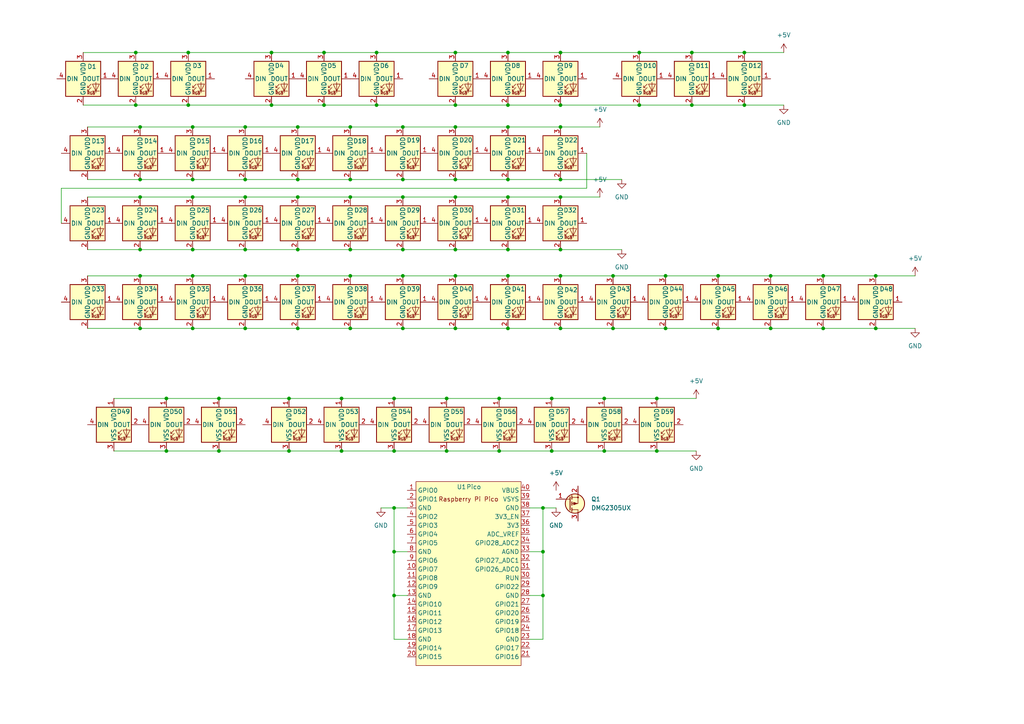
<source format=kicad_sch>
(kicad_sch (version 20231120) (generator "eeschema") (generator_version "8.0")
  (paper "A4")
  (lib_symbols
    (symbol "LED:NeoPixel_THT" (pin_names (offset 0.254))
      (property "Reference" "D" (at 5.08 5.715 0))
      (property "Value" "NeoPixel_THT" (at 1.27 -5.715 0))
      (symbol "NeoPixel_THT_0_0"
        (text "RGB" (at 2.286 -4.191 0) (effects (font (size 0.762 0.762))))
      )
      (symbol "NeoPixel_THT_0_1"
        (polyline (pts (xy 1.27 -3.556) (xy 1.778 -3.556)))
        (polyline (pts (xy 1.27 -2.54) (xy 1.778 -2.54)))
        (polyline (pts (xy 4.699 -3.556) (xy 2.667 -3.556)))
        (polyline (pts (xy 2.286 -2.54) (xy 1.27 -3.556) (xy 1.27 -3.048)))
        (polyline (pts (xy 2.286 -1.524) (xy 1.27 -2.54) (xy 1.27 -2.032)))
        (polyline (pts (xy 3.683 -1.016) (xy 3.683 -3.556) (xy 3.683 -4.064)))
        (polyline (pts (xy 4.699 -1.524) (xy 2.667 -1.524) (xy 3.683 -3.556) (xy 4.699 -1.524)))
        (rectangle (start 5.08 5.08) (end -5.08 -5.08) (stroke (width 0.254)) (fill (type background)))
      )
      (symbol "NeoPixel_THT_1_1"
        (pin output line (at 7.62 0 180) (length 2.54) (name "DOUT") (number "1"))
        (pin power_in line (at 0 -7.62 90) (length 2.54) (name "GND") (number "2"))
        (pin power_in line (at 0 7.62 270) (length 2.54) (name "VDD") (number "3"))
        (pin input line (at -7.62 0 0) (length 2.54) (name "DIN") (number "4"))
      )
    )
    (symbol "LED:WS2812B" (pin_names (offset 0.254))
      (property "Reference" "D" (at 5.08 5.715 0))
      (property "Value" "WS2812B" (at 1.27 -5.715 0))
      (symbol "WS2812B_0_0"
        (text "RGB" (at 2.286 -4.191 0) (effects (font (size 0.762 0.762))))
      )
      (symbol "WS2812B_0_1"
        (polyline (pts (xy 1.27 -3.556) (xy 1.778 -3.556)))
        (polyline (pts (xy 1.27 -2.54) (xy 1.778 -2.54)))
        (polyline (pts (xy 4.699 -3.556) (xy 2.667 -3.556)))
        (polyline (pts (xy 2.286 -2.54) (xy 1.27 -3.556) (xy 1.27 -3.048)))
        (polyline (pts (xy 2.286 -1.524) (xy 1.27 -2.54) (xy 1.27 -2.032)))
        (polyline (pts (xy 3.683 -1.016) (xy 3.683 -3.556) (xy 3.683 -4.064)))
        (polyline (pts (xy 4.699 -1.524) (xy 2.667 -1.524) (xy 3.683 -3.556) (xy 4.699 -1.524)))
        (rectangle (start 5.08 5.08) (end -5.08 -5.08) (stroke (width 0.254)) (fill (type background)))
      )
      (symbol "WS2812B_1_1"
        (pin power_in line (at 0 7.62 270) (length 2.54) (name "VDD") (number "1"))
        (pin output line (at 7.62 0 180) (length 2.54) (name "DOUT") (number "2"))
        (pin power_in line (at 0 -7.62 90) (length 2.54) (name "VSS") (number "3"))
        (pin input line (at -7.62 0 0) (length 2.54) (name "DIN") (number "4"))
      )
    )
    (symbol "MCU_RaspberryPi_and_Boards:Pico"
      (property "Reference" "U1" (at 0 31.75 0))
      (property "Value" "Pico" (at 0 29.21 0))
      (property "Footprint" "MCU_RaspberryPi_and_Boards:RPi_Pico_SMD_TH" (at 0 0 90))
      (symbol "Pico_0_0"
        (text "Raspberry Pi Pico" (at 0 21.59 0) (effects (font (size 1.27 1.27))))
      )
      (symbol "Pico_0_1"
        (rectangle (start -15.24 26.67) (end 15.24 -26.67) (fill (type background)))
      )
      (symbol "Pico_1_1"
        (pin bidirectional line (at -17.78 24.13 0) (length 2.54) (name "GPIO0") (number "1"))
        (pin bidirectional line (at -17.78 1.27 0) (length 2.54) (name "GPIO7") (number "10"))
        (pin bidirectional line (at -17.78 -1.27 0) (length 2.54) (name "GPIO8") (number "11"))
        (pin bidirectional line (at -17.78 -3.81 0) (length 2.54) (name "GPIO9") (number "12"))
        (pin power_in line (at -17.78 -6.35 0) (length 2.54) (name "GND") (number "13"))
        (pin bidirectional line (at -17.78 -8.89 0) (length 2.54) (name "GPIO10") (number "14"))
        (pin bidirectional line (at -17.78 -11.43 0) (length 2.54) (name "GPIO11") (number "15"))
        (pin bidirectional line (at -17.78 -13.97 0) (length 2.54) (name "GPIO12") (number "16"))
        (pin bidirectional line (at -17.78 -16.51 0) (length 2.54) (name "GPIO13") (number "17"))
        (pin power_in line (at -17.78 -19.05 0) (length 2.54) (name "GND") (number "18"))
        (pin bidirectional line (at -17.78 -21.59 0) (length 2.54) (name "GPIO14") (number "19"))
        (pin bidirectional line (at -17.78 21.59 0) (length 2.54) (name "GPIO1") (number "2"))
        (pin bidirectional line (at -17.78 -24.13 0) (length 2.54) (name "GPIO15") (number "20"))
        (pin bidirectional line (at 17.78 -24.13 180) (length 2.54) (name "GPIO16") (number "21"))
        (pin bidirectional line (at 17.78 -21.59 180) (length 2.54) (name "GPIO17") (number "22"))
        (pin power_in line (at 17.78 -19.05 180) (length 2.54) (name "GND") (number "23"))
        (pin bidirectional line (at 17.78 -16.51 180) (length 2.54) (name "GPIO18") (number "24"))
        (pin bidirectional line (at 17.78 -13.97 180) (length 2.54) (name "GPIO19") (number "25"))
        (pin bidirectional line (at 17.78 -11.43 180) (length 2.54) (name "GPIO20") (number "26"))
        (pin bidirectional line (at 17.78 -8.89 180) (length 2.54) (name "GPIO21") (number "27"))
        (pin power_in line (at 17.78 -6.35 180) (length 2.54) (name "GND") (number "28"))
        (pin bidirectional line (at 17.78 -3.81 180) (length 2.54) (name "GPIO22") (number "29"))
        (pin power_in line (at -17.78 19.05 0) (length 2.54) (name "GND") (number "3"))
        (pin input line (at 17.78 -1.27 180) (length 2.54) (name "RUN") (number "30"))
        (pin bidirectional line (at 17.78 1.27 180) (length 2.54) (name "GPIO26_ADC0") (number "31"))
        (pin bidirectional line (at 17.78 3.81 180) (length 2.54) (name "GPIO27_ADC1") (number "32"))
        (pin power_in line (at 17.78 6.35 180) (length 2.54) (name "AGND") (number "33"))
        (pin bidirectional line (at 17.78 8.89 180) (length 2.54) (name "GPIO28_ADC2") (number "34"))
        (pin power_in line (at 17.78 11.43 180) (length 2.54) (name "ADC_VREF") (number "35"))
        (pin power_in line (at 17.78 13.97 180) (length 2.54) (name "3V3") (number "36"))
        (pin input line (at 17.78 16.51 180) (length 2.54) (name "3V3_EN") (number "37"))
        (pin bidirectional line (at 17.78 19.05 180) (length 2.54) (name "GND") (number "38"))
        (pin power_in line (at 17.78 21.59 180) (length 2.54) (name "VSYS") (number "39"))
        (pin bidirectional line (at -17.78 16.51 0) (length 2.54) (name "GPIO2") (number "4"))
        (pin power_in line (at 17.78 24.13 180) (length 2.54) (name "VBUS") (number "40"))
        (pin bidirectional line (at -17.78 13.97 0) (length 2.54) (name "GPIO3") (number "5"))
        (pin bidirectional line (at -17.78 11.43 0) (length 2.54) (name "GPIO4") (number "6"))
        (pin bidirectional line (at -17.78 8.89 0) (length 2.54) (name "GPIO5") (number "7"))
        (pin power_in line (at -17.78 6.35 0) (length 2.54) (name "GND") (number "8"))
        (pin bidirectional line (at -17.78 3.81 0) (length 2.54) (name "GPIO6") (number "9"))
      )
    )
    (symbol "PCM_Transistor_MOSFET_AKL:DMG2305UX" (pin_names hide)
      (property "Reference" "Q" (at 5.08 1.27 0))
      (property "Value" "DMG2305UX" (at 5.08 -1.27 0))
      (symbol "DMG2305UX_0_1"
        (polyline (pts (xy 0.254 -1.905) (xy 0.254 1.905)) (stroke (width 0.254)))
        (polyline (pts (xy 0.254 1.27) (xy -2.54 1.27)))
        (polyline (pts (xy 0.762 -2.286) (xy 0.762 -1.27)) (stroke (width 0.254)))
        (polyline (pts (xy 0.762 -1.778) (xy 2.54 -1.778)))
        (polyline (pts (xy 0.762 -0.508) (xy 0.762 0.508)) (stroke (width 0.254)))
        (polyline (pts (xy 0.762 1.27) (xy 0.762 2.286)) (stroke (width 0.254)))
        (polyline (pts (xy 0.762 1.778) (xy 2.54 1.778)))
        (polyline (pts (xy 2.54 -2.54) (xy 2.54 -1.778)))
        (polyline (pts (xy 2.54 2.54) (xy 2.54 0) (xy 0.762 0)))
        (polyline (pts (xy 2.286 0) (xy 1.27 -0.381) (xy 1.27 0.381) (xy 2.286 0)) (fill (type outline)))
      )
      (symbol "DMG2305UX_1_1"
        (circle (center 1.651 0) (radius 2.794) (stroke (width 0.254)) (fill (type background)))
        (circle (center 2.54 1.778) (radius 0.1778) (fill (type outline)))
        (pin input line (at -3.81 1.27 0) (length 2.54) (name "G") (number "1"))
        (pin passive line (at 2.54 5.08 270) (length 2.54) (name "S") (number "2"))
        (pin passive line (at 2.54 -5.08 90) (length 2.54) (name "D") (number "3"))
      )
    )
    (symbol "power:+5V" (power) (pin_names (offset 0))
      (property "Value" "+5V" (at 0 3.556 0))
      (symbol "+5V_0_1"
        (polyline (pts (xy -0.762 1.27) (xy 0 2.54)))
        (polyline (pts (xy 0 0) (xy 0 2.54)))
        (polyline (pts (xy 0 2.54) (xy 0.762 1.27)))
      )
      (symbol "+5V_1_1"
        (pin power_in line (at 0 0 90) (length 0) hide (name "+5V") (number "1"))
      )
    )
    (symbol "power:GND" (power) (pin_names (offset 0))
      (property "Value" "GND" (at 0 -3.81 0))
      (symbol "GND_0_1"
        (polyline (pts (xy 0 0) (xy 0 -1.27) (xy 1.27 -1.27) (xy 0 -2.54) (xy -1.27 -1.27) (xy 0 -1.27)))
      )
      (symbol "GND_1_1"
        (pin power_in line (at 0 0 270) (length 0) hide (name "GND") (number "1"))
      )
    )
  )
  (junction (at 116.84 95.25))
  (junction (at 40.64 57.15))
  (junction (at 55.88 80.01))
  (junction (at 39.37 30.48))
  (junction (at 132.08 80.01))
  (junction (at 54.61 15.24))
  (junction (at 175.26 130.81))
  (junction (at 101.6 72.39))
  (junction (at 116.84 80.01))
  (junction (at 208.28 95.25))
  (junction (at 83.82 115.57))
  (junction (at 114.3 147.32))
  (junction (at 48.26 130.81))
  (junction (at 132.08 95.25))
  (junction (at 200.66 30.48))
  (junction (at 162.56 36.83))
  (junction (at 162.56 95.25))
  (junction (at 162.56 15.24))
  (junction (at 157.48 160.02))
  (junction (at 162.56 30.48))
  (junction (at 86.36 57.15))
  (junction (at 215.9 30.48))
  (junction (at 175.26 115.57))
  (junction (at 93.98 15.24))
  (junction (at 71.12 80.01))
  (junction (at 109.22 30.48))
  (junction (at 55.88 95.25))
  (junction (at 86.36 52.07))
  (junction (at 215.9 15.24))
  (junction (at 71.12 57.15))
  (junction (at 114.3 160.02))
  (junction (at 132.08 52.07))
  (junction (at 223.52 95.25))
  (junction (at 185.42 30.48))
  (junction (at 132.08 30.48))
  (junction (at 116.84 72.39))
  (junction (at 157.48 147.32))
  (junction (at 147.32 36.83))
  (junction (at 160.02 115.57))
  (junction (at 162.56 80.01))
  (junction (at 238.76 80.01))
  (junction (at 185.42 15.24))
  (junction (at 86.36 72.39))
  (junction (at 157.48 172.72))
  (junction (at 109.22 15.24))
  (junction (at 160.02 130.81))
  (junction (at 132.08 57.15))
  (junction (at 55.88 72.39))
  (junction (at 40.64 80.01))
  (junction (at 48.26 115.57))
  (junction (at 147.32 72.39))
  (junction (at 83.82 130.81))
  (junction (at 162.56 57.15))
  (junction (at 40.64 52.07))
  (junction (at 101.6 57.15))
  (junction (at 39.37 15.24))
  (junction (at 254 80.01))
  (junction (at 78.74 15.24))
  (junction (at 190.5 130.81))
  (junction (at 101.6 36.83))
  (junction (at 147.32 57.15))
  (junction (at 238.76 95.25))
  (junction (at 40.64 95.25))
  (junction (at 63.5 130.81))
  (junction (at 40.64 36.83))
  (junction (at 129.54 115.57))
  (junction (at 200.66 15.24))
  (junction (at 116.84 52.07))
  (junction (at 116.84 57.15))
  (junction (at 114.3 115.57))
  (junction (at 144.78 115.57))
  (junction (at 114.3 172.72))
  (junction (at 147.32 95.25))
  (junction (at 147.32 52.07))
  (junction (at 193.04 95.25))
  (junction (at 55.88 52.07))
  (junction (at 144.78 130.81))
  (junction (at 129.54 130.81))
  (junction (at 71.12 95.25))
  (junction (at 116.84 36.83))
  (junction (at 132.08 36.83))
  (junction (at 86.36 95.25))
  (junction (at 71.12 36.83))
  (junction (at 162.56 52.07))
  (junction (at 101.6 80.01))
  (junction (at 71.12 72.39))
  (junction (at 54.61 30.48))
  (junction (at 71.12 52.07))
  (junction (at 114.3 130.81))
  (junction (at 99.06 130.81))
  (junction (at 63.5 115.57))
  (junction (at 193.04 80.01))
  (junction (at 132.08 15.24))
  (junction (at 86.36 80.01))
  (junction (at 86.36 36.83))
  (junction (at 93.98 30.48))
  (junction (at 177.8 80.01))
  (junction (at 223.52 80.01))
  (junction (at 101.6 52.07))
  (junction (at 78.74 30.48))
  (junction (at 132.08 72.39))
  (junction (at 147.32 30.48))
  (junction (at 55.88 57.15))
  (junction (at 99.06 115.57))
  (junction (at 208.28 80.01))
  (junction (at 40.64 72.39))
  (junction (at 147.32 80.01))
  (junction (at 101.6 95.25))
  (junction (at 254 95.25))
  (junction (at 177.8 95.25))
  (junction (at 190.5 115.57))
  (junction (at 55.88 36.83))
  (junction (at 162.56 72.39))
  (junction (at 147.32 15.24))
  (wire (pts (xy 71.12 52.07) (xy 86.36 52.07)))
  (wire (pts (xy 83.82 130.81) (xy 99.06 130.81)))
  (wire (pts (xy 160.02 115.57) (xy 175.26 115.57)))
  (wire (pts (xy 162.56 15.24) (xy 185.42 15.24)))
  (wire (pts (xy 40.64 80.01) (xy 55.88 80.01)))
  (wire (pts (xy 175.26 130.81) (xy 190.5 130.81)))
  (wire (pts (xy 78.74 15.24) (xy 93.98 15.24)))
  (wire (pts (xy 200.66 15.24) (xy 215.9 15.24)))
  (wire (pts (xy 25.4 52.07) (xy 40.64 52.07)))
  (wire (pts (xy 114.3 172.72) (xy 118.11 172.72)))
  (wire (pts (xy 157.48 147.32) (xy 161.29 147.32)))
  (wire (pts (xy 39.37 30.48) (xy 54.61 30.48)))
  (wire (pts (xy 238.76 95.25) (xy 254 95.25)))
  (wire (pts (xy 55.88 80.01) (xy 71.12 80.01)))
  (wire (pts (xy 208.28 80.01) (xy 223.52 80.01)))
  (wire (pts (xy 54.61 30.48) (xy 78.74 30.48)))
  (wire (pts (xy 208.28 95.25) (xy 223.52 95.25)))
  (wire (pts (xy 63.5 130.81) (xy 83.82 130.81)))
  (wire (pts (xy 193.04 95.25) (xy 208.28 95.25)))
  (wire (pts (xy 132.08 95.25) (xy 147.32 95.25)))
  (wire (pts (xy 114.3 115.57) (xy 129.54 115.57)))
  (wire (pts (xy 144.78 115.57) (xy 160.02 115.57)))
  (wire (pts (xy 175.26 115.57) (xy 190.5 115.57)))
  (wire (pts (xy 162.56 57.15) (xy 173.99 57.15)))
  (wire (pts (xy 114.3 160.02) (xy 114.3 172.72)))
  (wire (pts (xy 33.02 130.81) (xy 48.26 130.81)))
  (wire (pts (xy 254 95.25) (xy 265.43 95.25)))
  (wire (pts (xy 162.56 30.48) (xy 185.42 30.48)))
  (wire (pts (xy 116.84 52.07) (xy 132.08 52.07)))
  (wire (pts (xy 55.88 95.25) (xy 71.12 95.25)))
  (wire (pts (xy 215.9 30.48) (xy 227.33 30.48)))
  (wire (pts (xy 48.26 130.81) (xy 63.5 130.81)))
  (wire (pts (xy 24.13 30.48) (xy 39.37 30.48)))
  (wire (pts (xy 132.08 72.39) (xy 147.32 72.39)))
  (wire (pts (xy 177.8 95.25) (xy 193.04 95.25)))
  (wire (pts (xy 101.6 57.15) (xy 116.84 57.15)))
  (wire (pts (xy 170.18 54.61) (xy 17.78 54.61)))
  (wire (pts (xy 190.5 130.81) (xy 201.93 130.81)))
  (wire (pts (xy 40.64 57.15) (xy 55.88 57.15)))
  (wire (pts (xy 93.98 15.24) (xy 109.22 15.24)))
  (wire (pts (xy 86.36 72.39) (xy 101.6 72.39)))
  (wire (pts (xy 223.52 80.01) (xy 238.76 80.01)))
  (wire (pts (xy 153.67 172.72) (xy 157.48 172.72)))
  (wire (pts (xy 110.49 147.32) (xy 114.3 147.32)))
  (wire (pts (xy 114.3 130.81) (xy 129.54 130.81)))
  (wire (pts (xy 147.32 80.01) (xy 162.56 80.01)))
  (wire (pts (xy 160.02 130.81) (xy 175.26 130.81)))
  (wire (pts (xy 101.6 52.07) (xy 116.84 52.07)))
  (wire (pts (xy 129.54 115.57) (xy 144.78 115.57)))
  (wire (pts (xy 71.12 95.25) (xy 86.36 95.25)))
  (wire (pts (xy 25.4 36.83) (xy 40.64 36.83)))
  (wire (pts (xy 132.08 36.83) (xy 147.32 36.83)))
  (wire (pts (xy 147.32 72.39) (xy 162.56 72.39)))
  (wire (pts (xy 55.88 52.07) (xy 71.12 52.07)))
  (wire (pts (xy 109.22 15.24) (xy 132.08 15.24)))
  (wire (pts (xy 71.12 57.15) (xy 86.36 57.15)))
  (wire (pts (xy 170.18 44.45) (xy 170.18 54.61)))
  (wire (pts (xy 215.9 15.24) (xy 227.33 15.24)))
  (wire (pts (xy 132.08 30.48) (xy 147.32 30.48)))
  (wire (pts (xy 83.82 115.57) (xy 99.06 115.57)))
  (wire (pts (xy 132.08 15.24) (xy 147.32 15.24)))
  (wire (pts (xy 39.37 15.24) (xy 54.61 15.24)))
  (wire (pts (xy 114.3 147.32) (xy 118.11 147.32)))
  (wire (pts (xy 55.88 57.15) (xy 71.12 57.15)))
  (wire (pts (xy 86.36 52.07) (xy 101.6 52.07)))
  (wire (pts (xy 63.5 115.57) (xy 83.82 115.57)))
  (wire (pts (xy 162.56 52.07) (xy 180.34 52.07)))
  (wire (pts (xy 147.32 95.25) (xy 162.56 95.25)))
  (wire (pts (xy 48.26 115.57) (xy 63.5 115.57)))
  (wire (pts (xy 55.88 36.83) (xy 71.12 36.83)))
  (wire (pts (xy 114.3 160.02) (xy 118.11 160.02)))
  (wire (pts (xy 190.5 115.57) (xy 201.93 115.57)))
  (wire (pts (xy 144.78 130.81) (xy 160.02 130.81)))
  (wire (pts (xy 101.6 80.01) (xy 116.84 80.01)))
  (wire (pts (xy 254 80.01) (xy 265.43 80.01)))
  (wire (pts (xy 78.74 30.48) (xy 93.98 30.48)))
  (wire (pts (xy 54.61 15.24) (xy 78.74 15.24)))
  (wire (pts (xy 162.56 80.01) (xy 177.8 80.01)))
  (wire (pts (xy 116.84 57.15) (xy 132.08 57.15)))
  (wire (pts (xy 114.3 185.42) (xy 118.11 185.42)))
  (wire (pts (xy 109.22 30.48) (xy 132.08 30.48)))
  (wire (pts (xy 185.42 15.24) (xy 200.66 15.24)))
  (wire (pts (xy 71.12 80.01) (xy 86.36 80.01)))
  (wire (pts (xy 25.4 80.01) (xy 40.64 80.01)))
  (wire (pts (xy 55.88 72.39) (xy 71.12 72.39)))
  (wire (pts (xy 147.32 52.07) (xy 162.56 52.07)))
  (wire (pts (xy 185.42 30.48) (xy 200.66 30.48)))
  (wire (pts (xy 40.64 36.83) (xy 55.88 36.83)))
  (wire (pts (xy 132.08 52.07) (xy 147.32 52.07)))
  (wire (pts (xy 153.67 160.02) (xy 157.48 160.02)))
  (wire (pts (xy 17.78 54.61) (xy 17.78 64.77)))
  (wire (pts (xy 71.12 36.83) (xy 86.36 36.83)))
  (wire (pts (xy 162.56 95.25) (xy 177.8 95.25)))
  (wire (pts (xy 86.36 36.83) (xy 101.6 36.83)))
  (wire (pts (xy 25.4 57.15) (xy 40.64 57.15)))
  (wire (pts (xy 24.13 15.24) (xy 39.37 15.24)))
  (wire (pts (xy 116.84 80.01) (xy 132.08 80.01)))
  (wire (pts (xy 40.64 52.07) (xy 55.88 52.07)))
  (wire (pts (xy 177.8 80.01) (xy 193.04 80.01)))
  (wire (pts (xy 116.84 95.25) (xy 132.08 95.25)))
  (wire (pts (xy 153.67 147.32) (xy 157.48 147.32)))
  (wire (pts (xy 223.52 95.25) (xy 238.76 95.25)))
  (wire (pts (xy 71.12 72.39) (xy 86.36 72.39)))
  (wire (pts (xy 132.08 80.01) (xy 147.32 80.01)))
  (wire (pts (xy 101.6 95.25) (xy 116.84 95.25)))
  (wire (pts (xy 99.06 130.81) (xy 114.3 130.81)))
  (wire (pts (xy 129.54 130.81) (xy 144.78 130.81)))
  (wire (pts (xy 101.6 72.39) (xy 116.84 72.39)))
  (wire (pts (xy 193.04 80.01) (xy 208.28 80.01)))
  (wire (pts (xy 116.84 72.39) (xy 132.08 72.39)))
  (wire (pts (xy 147.32 57.15) (xy 162.56 57.15)))
  (wire (pts (xy 147.32 15.24) (xy 162.56 15.24)))
  (wire (pts (xy 114.3 147.32) (xy 114.3 160.02)))
  (wire (pts (xy 200.66 30.48) (xy 215.9 30.48)))
  (wire (pts (xy 86.36 57.15) (xy 101.6 57.15)))
  (wire (pts (xy 132.08 57.15) (xy 147.32 57.15)))
  (wire (pts (xy 116.84 36.83) (xy 132.08 36.83)))
  (wire (pts (xy 25.4 72.39) (xy 40.64 72.39)))
  (wire (pts (xy 147.32 30.48) (xy 162.56 30.48)))
  (wire (pts (xy 157.48 172.72) (xy 157.48 160.02)))
  (wire (pts (xy 114.3 172.72) (xy 114.3 185.42)))
  (wire (pts (xy 40.64 95.25) (xy 55.88 95.25)))
  (wire (pts (xy 153.67 185.42) (xy 157.48 185.42)))
  (wire (pts (xy 86.36 95.25) (xy 101.6 95.25)))
  (wire (pts (xy 238.76 80.01) (xy 254 80.01)))
  (wire (pts (xy 162.56 36.83) (xy 173.99 36.83)))
  (wire (pts (xy 40.64 72.39) (xy 55.88 72.39)))
  (wire (pts (xy 33.02 115.57) (xy 48.26 115.57)))
  (wire (pts (xy 86.36 80.01) (xy 101.6 80.01)))
  (wire (pts (xy 162.56 72.39) (xy 180.34 72.39)))
  (wire (pts (xy 157.48 160.02) (xy 157.48 147.32)))
  (wire (pts (xy 101.6 36.83) (xy 116.84 36.83)))
  (wire (pts (xy 147.32 36.83) (xy 162.56 36.83)))
  (wire (pts (xy 93.98 30.48) (xy 109.22 30.48)))
  (wire (pts (xy 25.4 95.25) (xy 40.64 95.25)))
  (wire (pts (xy 99.06 115.57) (xy 114.3 115.57)))
  (wire (pts (xy 157.48 185.42) (xy 157.48 172.72)))
  (symbol (lib_id "power:+5V") (at 161.29 142.24 0) (unit 1)
    (property "Reference" "#PWR013" (effects (hide yes)))
    (property "Value" "+5V" (at 161.29 137.16 0))
  )
  (symbol (lib_id "LED:NeoPixel_THT") (at 55.88 64.77 0) (unit 1)
    (property "Reference" "D25" (at 58.928 60.96 0))
    (property "Value" "NeoPixel_THT" (effects (hide yes)))
    (property "Footprint" "Custom Footprint Library:LED_D5.0mm-4_RGB_Circular_Margin" (effects (hide yes)))
    (property "Datasheet" "https://www.adafruit.com/product/1938" (effects (hide yes)))
  )
  (symbol (lib_id "LED:NeoPixel_THT") (at 25.4 44.45 0) (unit 1)
    (property "Reference" "D13" (at 28.448 40.894 0))
    (property "Value" "NeoPixel_THT" (effects (hide yes)))
    (property "Footprint" "Custom Footprint Library:LED_D5.0mm-4_RGB_Circular_Margin" (effects (hide yes)))
    (property "Datasheet" "https://www.adafruit.com/product/1938" (effects (hide yes)))
  )
  (symbol (lib_id "LED:NeoPixel_THT") (at 254 87.63 0) (unit 1)
    (property "Reference" "D48" (at 257.048 83.82 0))
    (property "Value" "NeoPixel_THT" (effects (hide yes)))
    (property "Footprint" "Custom Footprint Library:LED_D5.0mm-4_RGB_Circular_Margin" (effects (hide yes)))
    (property "Datasheet" "https://www.adafruit.com/product/1938" (effects (hide yes)))
  )
  (symbol (lib_id "LED:NeoPixel_THT") (at 208.28 87.63 0) (unit 1)
    (property "Reference" "D45" (at 211.328 83.82 0))
    (property "Value" "NeoPixel_THT" (effects (hide yes)))
    (property "Footprint" "Custom Footprint Library:LED_D5.0mm-4_RGB_Circular_Margin" (effects (hide yes)))
    (property "Datasheet" "https://www.adafruit.com/product/1938" (effects (hide yes)))
  )
  (symbol (lib_id "LED:WS2812B") (at 175.26 123.19 0) (unit 1)
    (property "Reference" "D58" (at 178.308 119.38 0))
    (property "Value" "WS2812B" (effects (hide yes)))
    (property "Footprint" "LED_SMD:LED_WS2812B_PLCC4_5.0x5.0mm_P3.2mm" (effects (hide yes)))
    (property "Datasheet" "https://cdn-shop.adafruit.com/datasheets/WS2812B.pdf" (effects (hide yes)))
  )
  (symbol (lib_id "power:+5V") (at 265.43 80.01 0) (unit 1)
    (property "Reference" "#PWR07" (effects (hide yes)))
    (property "Value" "+5V" (at 265.43 74.93 0))
  )
  (symbol (lib_id "LED:WS2812B") (at 83.82 123.19 0) (unit 1)
    (property "Reference" "D52" (at 86.868 119.38 0))
    (property "Value" "WS2812B" (effects (hide yes)))
    (property "Footprint" "LED_SMD:LED_WS2812B_PLCC4_5.0x5.0mm_P3.2mm" (effects (hide yes)))
    (property "Datasheet" "https://cdn-shop.adafruit.com/datasheets/WS2812B.pdf" (effects (hide yes)))
  )
  (symbol (lib_id "LED:WS2812B") (at 48.26 123.19 0) (unit 1)
    (property "Reference" "D50" (at 51.054 119.38 0))
    (property "Value" "WS2812B" (effects (hide yes)))
    (property "Footprint" "LED_SMD:LED_WS2812B_PLCC4_5.0x5.0mm_P3.2mm" (effects (hide yes)))
    (property "Datasheet" "https://cdn-shop.adafruit.com/datasheets/WS2812B.pdf" (effects (hide yes)))
  )
  (symbol (lib_id "LED:NeoPixel_THT") (at 177.8 87.63 0) (unit 1)
    (property "Reference" "D43" (at 180.848 83.82 0))
    (property "Value" "NeoPixel_THT" (effects (hide yes)))
    (property "Footprint" "Custom Footprint Library:LED_D5.0mm-4_RGB_Circular_Margin" (effects (hide yes)))
    (property "Datasheet" "https://www.adafruit.com/product/1938" (effects (hide yes)))
  )
  (symbol (lib_id "LED:NeoPixel_THT") (at 147.32 87.63 0) (unit 1)
    (property "Reference" "D41" (at 150.368 83.82 0))
    (property "Value" "NeoPixel_THT" (effects (hide yes)))
    (property "Footprint" "Custom Footprint Library:LED_D5.0mm-4_RGB_Circular_Margin" (effects (hide yes)))
    (property "Datasheet" "https://www.adafruit.com/product/1938" (effects (hide yes)))
  )
  (symbol (lib_id "LED:NeoPixel_THT") (at 71.12 87.63 0) (unit 1)
    (property "Reference" "D36" (at 74.168 83.82 0))
    (property "Value" "NeoPixel_THT" (effects (hide yes)))
    (property "Footprint" "Custom Footprint Library:LED_D5.0mm-4_RGB_Circular_Margin" (effects (hide yes)))
    (property "Datasheet" "https://www.adafruit.com/product/1938" (effects (hide yes)))
  )
  (symbol (lib_id "power:+5V") (at 227.33 15.24 0) (unit 1)
    (property "Reference" "#PWR01" (effects (hide yes)))
    (property "Value" "+5V" (at 227.33 10.16 0))
  )
  (symbol (lib_id "LED:NeoPixel_THT") (at 116.84 87.63 0) (unit 1)
    (property "Reference" "D39" (at 119.888 83.82 0))
    (property "Value" "NeoPixel_THT" (effects (hide yes)))
    (property "Footprint" "Custom Footprint Library:LED_D5.0mm-4_RGB_Circular_Margin" (effects (hide yes)))
    (property "Datasheet" "https://www.adafruit.com/product/1938" (effects (hide yes)))
  )
  (symbol (lib_id "LED:NeoPixel_THT") (at 162.56 64.77 0) (unit 1)
    (property "Reference" "D32" (at 165.354 60.96 0))
    (property "Value" "NeoPixel_THT" (effects (hide yes)))
    (property "Footprint" "Custom Footprint Library:LED_D5.0mm-4_RGB_Circular_Margin" (effects (hide yes)))
    (property "Datasheet" "https://www.adafruit.com/product/1938" (effects (hide yes)))
  )
  (symbol (lib_id "power:GND") (at 180.34 72.39 0) (unit 1)
    (property "Reference" "#PWR06" (effects (hide yes)))
    (property "Value" "GND" (at 180.34 77.47 0))
  )
  (symbol (lib_id "LED:NeoPixel_THT") (at 147.32 64.77 0) (unit 1)
    (property "Reference" "D31" (at 150.368 60.96 0))
    (property "Value" "NeoPixel_THT" (effects (hide yes)))
    (property "Footprint" "Custom Footprint Library:LED_D5.0mm-4_RGB_Circular_Margin" (effects (hide yes)))
    (property "Datasheet" "https://www.adafruit.com/product/1938" (effects (hide yes)))
  )
  (symbol (lib_id "LED:NeoPixel_THT") (at 132.08 22.86 0) (unit 1)
    (property "Reference" "D7" (at 134.62 19.05 0))
    (property "Value" "NeoPixel_THT" (effects (hide yes)))
    (property "Footprint" "Custom Footprint Library:LED_D5.0mm-4_RGB_Circular_Margin" (effects (hide yes)))
    (property "Datasheet" "https://www.adafruit.com/product/1938" (effects (hide yes)))
  )
  (symbol (lib_id "LED:NeoPixel_THT") (at 40.64 44.45 0) (unit 1)
    (property "Reference" "D14" (at 43.688 40.894 0))
    (property "Value" "NeoPixel_THT" (effects (hide yes)))
    (property "Footprint" "Custom Footprint Library:LED_D5.0mm-4_RGB_Circular_Margin" (effects (hide yes)))
    (property "Datasheet" "https://www.adafruit.com/product/1938" (effects (hide yes)))
  )
  (symbol (lib_id "LED:NeoPixel_THT") (at 162.56 44.45 0) (unit 1)
    (property "Reference" "D22" (at 165.608 40.64 0))
    (property "Value" "NeoPixel_THT" (effects (hide yes)))
    (property "Footprint" "Custom Footprint Library:LED_D5.0mm-4_RGB_Circular_Margin" (effects (hide yes)))
    (property "Datasheet" "https://www.adafruit.com/product/1938" (effects (hide yes)))
  )
  (symbol (lib_id "power:GND") (at 201.93 130.81 0) (unit 1)
    (property "Reference" "#PWR010" (effects (hide yes)))
    (property "Value" "GND" (at 201.93 135.89 0))
  )
  (symbol (lib_id "LED:NeoPixel_THT") (at 25.4 87.63 0) (unit 1)
    (property "Reference" "D33" (at 28.448 83.82 0))
    (property "Value" "NeoPixel_THT" (effects (hide yes)))
    (property "Footprint" "Custom Footprint Library:LED_D5.0mm-4_RGB_Circular_Margin" (effects (hide yes)))
    (property "Datasheet" "https://www.adafruit.com/product/1938" (effects (hide yes)))
  )
  (symbol (lib_id "LED:WS2812B") (at 33.02 123.19 0) (unit 1)
    (property "Reference" "D49" (at 35.814 119.38 0))
    (property "Value" "WS2812B" (effects (hide yes)))
    (property "Footprint" "LED_SMD:LED_WS2812B_PLCC4_5.0x5.0mm_P3.2mm" (effects (hide yes)))
    (property "Datasheet" "https://cdn-shop.adafruit.com/datasheets/WS2812B.pdf" (effects (hide yes)))
  )
  (symbol (lib_id "LED:NeoPixel_THT") (at 86.36 87.63 0) (unit 1)
    (property "Reference" "D37" (at 89.408 83.82 0))
    (property "Value" "NeoPixel_THT" (effects (hide yes)))
    (property "Footprint" "Custom Footprint Library:LED_D5.0mm-4_RGB_Circular_Margin" (effects (hide yes)))
    (property "Datasheet" "https://www.adafruit.com/product/1938" (effects (hide yes)))
  )
  (symbol (lib_id "LED:NeoPixel_THT") (at 200.66 22.86 0) (unit 1)
    (property "Reference" "D11" (at 203.708 19.05 0))
    (property "Value" "NeoPixel_THT" (effects (hide yes)))
    (property "Footprint" "Custom Footprint Library:LED_D5.0mm-4_RGB_Circular_Margin" (effects (hide yes)))
    (property "Datasheet" "https://www.adafruit.com/product/1938" (effects (hide yes)))
  )
  (symbol (lib_id "LED:NeoPixel_THT") (at 132.08 44.45 0) (unit 1)
    (property "Reference" "D20" (at 135.128 40.64 0))
    (property "Value" "NeoPixel_THT" (effects (hide yes)))
    (property "Footprint" "Custom Footprint Library:LED_D5.0mm-4_RGB_Circular_Margin" (effects (hide yes)))
    (property "Datasheet" "https://www.adafruit.com/product/1938" (effects (hide yes)))
  )
  (symbol (lib_id "LED:NeoPixel_THT") (at 86.36 44.45 0) (unit 1)
    (property "Reference" "D17" (at 89.154 40.894 0))
    (property "Value" "NeoPixel_THT" (effects (hide yes)))
    (property "Footprint" "Custom Footprint Library:LED_D5.0mm-4_RGB_Circular_Margin" (effects (hide yes)))
    (property "Datasheet" "https://www.adafruit.com/product/1938" (effects (hide yes)))
  )
  (symbol (lib_id "LED:WS2812B") (at 129.54 123.19 0) (unit 1)
    (property "Reference" "D55" (at 132.588 119.38 0))
    (property "Value" "WS2812B" (effects (hide yes)))
    (property "Footprint" "LED_SMD:LED_WS2812B_PLCC4_5.0x5.0mm_P3.2mm" (effects (hide yes)))
    (property "Datasheet" "https://cdn-shop.adafruit.com/datasheets/WS2812B.pdf" (effects (hide yes)))
  )
  (symbol (lib_id "power:+5V") (at 173.99 57.15 0) (unit 1)
    (property "Reference" "#PWR05" (effects (hide yes)))
    (property "Value" "+5V" (at 173.99 52.07 0))
  )
  (symbol (lib_id "LED:NeoPixel_THT") (at 101.6 87.63 0) (unit 1)
    (property "Reference" "D38" (at 104.648 83.82 0))
    (property "Value" "NeoPixel_THT" (effects (hide yes)))
    (property "Footprint" "Custom Footprint Library:LED_D5.0mm-4_RGB_Circular_Margin" (effects (hide yes)))
    (property "Datasheet" "https://www.adafruit.com/product/1938" (effects (hide yes)))
  )
  (symbol (lib_id "LED:NeoPixel_THT") (at 101.6 64.77 0) (unit 1)
    (property "Reference" "D28" (at 104.648 60.96 0))
    (property "Value" "NeoPixel_THT" (effects (hide yes)))
    (property "Footprint" "Custom Footprint Library:LED_D5.0mm-4_RGB_Circular_Margin" (effects (hide yes)))
    (property "Datasheet" "https://www.adafruit.com/product/1938" (effects (hide yes)))
  )
  (symbol (lib_id "LED:NeoPixel_THT") (at 116.84 64.77 0) (unit 1)
    (property "Reference" "D29" (at 119.888 60.96 0))
    (property "Value" "NeoPixel_THT" (effects (hide yes)))
    (property "Footprint" "Custom Footprint Library:LED_D5.0mm-4_RGB_Circular_Margin" (effects (hide yes)))
    (property "Datasheet" "https://www.adafruit.com/product/1938" (effects (hide yes)))
  )
  (symbol (lib_id "LED:NeoPixel_THT") (at 93.98 22.86 0) (unit 1)
    (property "Reference" "D5" (at 96.266 19.05 0))
    (property "Value" "NeoPixel_THT" (effects (hide yes)))
    (property "Footprint" "Custom Footprint Library:LED_D5.0mm-4_RGB_Circular_Margin" (effects (hide yes)))
    (property "Datasheet" "https://www.adafruit.com/product/1938" (effects (hide yes)))
  )
  (symbol (lib_id "power:GND") (at 265.43 95.25 0) (unit 1)
    (property "Reference" "#PWR08" (effects (hide yes)))
    (property "Value" "GND" (at 265.43 100.33 0))
  )
  (symbol (lib_id "LED:NeoPixel_THT") (at 86.36 64.77 0) (unit 1)
    (property "Reference" "D27" (at 89.408 60.96 0))
    (property "Value" "NeoPixel_THT" (effects (hide yes)))
    (property "Footprint" "Custom Footprint Library:LED_D5.0mm-4_RGB_Circular_Margin" (effects (hide yes)))
    (property "Datasheet" "https://www.adafruit.com/product/1938" (effects (hide yes)))
  )
  (symbol (lib_id "LED:NeoPixel_THT") (at 71.12 44.45 0) (unit 1)
    (property "Reference" "D16" (at 74.168 40.894 0))
    (property "Value" "NeoPixel_THT" (effects (hide yes)))
    (property "Footprint" "Custom Footprint Library:LED_D5.0mm-4_RGB_Circular_Margin" (effects (hide yes)))
    (property "Datasheet" "https://www.adafruit.com/product/1938" (effects (hide yes)))
  )
  (symbol (lib_id "LED:NeoPixel_THT") (at 55.88 87.63 0) (unit 1)
    (property "Reference" "D35" (at 58.928 83.82 0))
    (property "Value" "NeoPixel_THT" (effects (hide yes)))
    (property "Footprint" "Custom Footprint Library:LED_D5.0mm-4_RGB_Circular_Margin" (effects (hide yes)))
    (property "Datasheet" "https://www.adafruit.com/product/1938" (effects (hide yes)))
  )
  (symbol (lib_id "PCM_Transistor_MOSFET_AKL:DMG2305UX") (at 165.1 146.05 0) (unit 1)
    (property "Reference" "Q1" (at 171.45 144.7799 0) (effects (justify left)))
    (property "Value" "DMG2305UX" (at 171.45 147.3199 0) (effects (justify left)))
    (property "Footprint" "Package_TO_SOT_SMD_AKL:SOT-23" (effects (hide yes)))
    (property "Datasheet" "https://www.tme.eu/Document/79cbea1ac95301c813f57d9a7787c43d/DMG2305UX.pdf" (effects (hide yes)))
    (property "Description" "SOT-23 P-MOSFET enchancement mode transistor, 20V, 4.2A, 1.4W, Alternate KiCAD Library" (effects (hide yes)))
  )
  (symbol (lib_id "LED:NeoPixel_THT") (at 39.37 22.86 0) (unit 1)
    (property "Reference" "D2" (at 41.91 19.304 0))
    (property "Value" "NeoPixel_THT" (effects (hide yes)))
    (property "Footprint" "Custom Footprint Library:LED_D5.0mm-4_RGB_Circular_Margin" (effects (hide yes)))
    (property "Datasheet" "https://www.adafruit.com/product/1938" (effects (hide yes)))
  )
  (symbol (lib_id "LED:NeoPixel_THT") (at 54.61 22.86 0) (unit 1)
    (property "Reference" "D3" (at 57.15 19.05 0))
    (property "Value" "NeoPixel_THT" (effects (hide yes)))
    (property "Footprint" "Custom Footprint Library:LED_D5.0mm-4_RGB_Circular_Margin" (effects (hide yes)))
    (property "Datasheet" "https://www.adafruit.com/product/1938" (effects (hide yes)))
  )
  (symbol (lib_id "power:+5V") (at 173.99 36.83 0) (unit 1)
    (property "Reference" "#PWR03" (effects (hide yes)))
    (property "Value" "+5V" (at 173.99 31.75 0))
  )
  (symbol (lib_id "LED:NeoPixel_THT") (at 25.4 64.77 0) (unit 1)
    (property "Reference" "D23" (at 28.448 60.96 0))
    (property "Value" "NeoPixel_THT" (effects (hide yes)))
    (property "Footprint" "Custom Footprint Library:LED_D5.0mm-4_RGB_Circular_Margin" (effects (hide yes)))
    (property "Datasheet" "https://www.adafruit.com/product/1938" (effects (hide yes)))
  )
  (symbol (lib_id "LED:NeoPixel_THT") (at 215.9 22.86 0) (unit 1)
    (property "Reference" "D12" (at 218.948 19.05 0))
    (property "Value" "NeoPixel_THT" (effects (hide yes)))
    (property "Footprint" "Custom Footprint Library:LED_D5.0mm-4_RGB_Circular_Margin" (effects (hide yes)))
    (property "Datasheet" "https://www.adafruit.com/product/1938" (effects (hide yes)))
  )
  (symbol (lib_id "LED:NeoPixel_THT") (at 238.76 87.63 0) (unit 1)
    (property "Reference" "D47" (at 241.808 83.82 0))
    (property "Value" "NeoPixel_THT" (effects (hide yes)))
    (property "Footprint" "Custom Footprint Library:LED_D5.0mm-4_RGB_Circular_Margin" (effects (hide yes)))
    (property "Datasheet" "https://www.adafruit.com/product/1938" (effects (hide yes)))
  )
  (symbol (lib_id "power:GND") (at 110.49 147.32 0) (unit 1)
    (property "Reference" "#PWR012" (effects (hide yes)))
    (property "Value" "GND" (at 110.49 152.4 0))
  )
  (symbol (lib_id "LED:NeoPixel_THT") (at 116.84 44.45 0) (unit 1)
    (property "Reference" "D19" (at 119.888 40.64 0))
    (property "Value" "NeoPixel_THT" (effects (hide yes)))
    (property "Footprint" "Custom Footprint Library:LED_D5.0mm-4_RGB_Circular_Margin" (effects (hide yes)))
    (property "Datasheet" "https://www.adafruit.com/product/1938" (effects (hide yes)))
  )
  (symbol (lib_id "LED:NeoPixel_THT") (at 162.56 87.63 0) (unit 1)
    (property "Reference" "D42" (at 165.608 84.074 0))
    (property "Value" "NeoPixel_THT" (effects (hide yes)))
    (property "Footprint" "Custom Footprint Library:LED_D5.0mm-4_RGB_Circular_Margin" (effects (hide yes)))
    (property "Datasheet" "https://www.adafruit.com/product/1938" (effects (hide yes)))
  )
  (symbol (lib_id "LED:WS2812B") (at 144.78 123.19 0) (unit 1)
    (property "Reference" "D56" (at 147.828 119.38 0))
    (property "Value" "WS2812B" (effects (hide yes)))
    (property "Footprint" "LED_SMD:LED_WS2812B_PLCC4_5.0x5.0mm_P3.2mm" (effects (hide yes)))
    (property "Datasheet" "https://cdn-shop.adafruit.com/datasheets/WS2812B.pdf" (effects (hide yes)))
  )
  (symbol (lib_id "LED:NeoPixel_THT") (at 40.64 64.77 0) (unit 1)
    (property "Reference" "D24" (at 43.688 60.96 0))
    (property "Value" "NeoPixel_THT" (effects (hide yes)))
    (property "Footprint" "Custom Footprint Library:LED_D5.0mm-4_RGB_Circular_Margin" (effects (hide yes)))
    (property "Datasheet" "https://www.adafruit.com/product/1938" (effects (hide yes)))
  )
  (symbol (lib_id "power:+5V") (at 201.93 115.57 0) (unit 1)
    (property "Reference" "#PWR09" (effects (hide yes)))
    (property "Value" "+5V" (at 201.93 110.49 0))
  )
  (symbol (lib_id "LED:NeoPixel_THT") (at 193.04 87.63 0) (unit 1)
    (property "Reference" "D44" (at 196.088 83.82 0))
    (property "Value" "NeoPixel_THT" (effects (hide yes)))
    (property "Footprint" "Custom Footprint Library:LED_D5.0mm-4_RGB_Circular_Margin" (effects (hide yes)))
    (property "Datasheet" "https://www.adafruit.com/product/1938" (effects (hide yes)))
  )
  (symbol (lib_id "LED:WS2812B") (at 114.3 123.19 0) (unit 1)
    (property "Reference" "D54" (at 117.348 119.38 0))
    (property "Value" "WS2812B" (effects (hide yes)))
    (property "Footprint" "LED_SMD:LED_WS2812B_PLCC4_5.0x5.0mm_P3.2mm" (effects (hide yes)))
    (property "Datasheet" "https://cdn-shop.adafruit.com/datasheets/WS2812B.pdf" (effects (hide yes)))
  )
  (symbol (lib_id "LED:NeoPixel_THT") (at 185.42 22.86 0) (unit 1)
    (property "Reference" "D10" (at 188.468 19.05 0))
    (property "Value" "NeoPixel_THT" (effects (hide yes)))
    (property "Footprint" "Custom Footprint Library:LED_D5.0mm-4_RGB_Circular_Margin" (effects (hide yes)))
    (property "Datasheet" "https://www.adafruit.com/product/1938" (effects (hide yes)))
  )
  (symbol (lib_id "LED:NeoPixel_THT") (at 24.13 22.86 0) (unit 1)
    (property "Reference" "D1" (at 26.67 19.304 0))
    (property "Value" "NeoPixel_THT" (effects (hide yes)))
    (property "Footprint" "Custom Footprint Library:LED_D5.0mm-4_RGB_Circular_Margin" (effects (hide yes)))
    (property "Datasheet" "https://www.adafruit.com/product/1938" (effects (hide yes)))
  )
  (symbol (lib_id "power:GND") (at 180.34 52.07 0) (unit 1)
    (property "Reference" "#PWR04" (effects (hide yes)))
    (property "Value" "GND" (at 180.34 57.15 0))
  )
  (symbol (lib_id "LED:WS2812B") (at 99.06 123.19 0) (unit 1)
    (property "Reference" "D53" (at 102.108 119.38 0))
    (property "Value" "WS2812B" (effects (hide yes)))
    (property "Footprint" "LED_SMD:LED_WS2812B_PLCC4_5.0x5.0mm_P3.2mm" (effects (hide yes)))
    (property "Datasheet" "https://cdn-shop.adafruit.com/datasheets/WS2812B.pdf" (effects (hide yes)))
  )
  (symbol (lib_id "LED:NeoPixel_THT") (at 147.32 22.86 0) (unit 1)
    (property "Reference" "D8" (at 149.606 19.05 0))
    (property "Value" "NeoPixel_THT" (effects (hide yes)))
    (property "Footprint" "Custom Footprint Library:LED_D5.0mm-4_RGB_Circular_Margin" (effects (hide yes)))
    (property "Datasheet" "https://www.adafruit.com/product/1938" (effects (hide yes)))
  )
  (symbol (lib_id "LED:NeoPixel_THT") (at 109.22 22.86 0) (unit 1)
    (property "Reference" "D6" (at 111.506 19.05 0))
    (property "Value" "NeoPixel_THT" (effects (hide yes)))
    (property "Footprint" "Custom Footprint Library:LED_D5.0mm-4_RGB_Circular_Margin" (effects (hide yes)))
    (property "Datasheet" "https://www.adafruit.com/product/1938" (effects (hide yes)))
  )
  (symbol (lib_id "power:GND") (at 161.29 147.32 0) (unit 1)
    (property "Reference" "#PWR011" (effects (hide yes)))
    (property "Value" "GND" (at 161.29 152.4 0))
  )
  (symbol (lib_id "LED:NeoPixel_THT") (at 71.12 64.77 0) (unit 1)
    (property "Reference" "D26" (at 74.168 60.96 0))
    (property "Value" "NeoPixel_THT" (effects (hide yes)))
    (property "Footprint" "Custom Footprint Library:LED_D5.0mm-4_RGB_Circular_Margin" (effects (hide yes)))
    (property "Datasheet" "https://www.adafruit.com/product/1938" (effects (hide yes)))
  )
  (symbol (lib_id "LED:NeoPixel_THT") (at 162.56 22.86 0) (unit 1)
    (property "Reference" "D9" (at 164.846 19.05 0))
    (property "Value" "NeoPixel_THT" (effects (hide yes)))
    (property "Footprint" "Custom Footprint Library:LED_D5.0mm-4_RGB_Circular_Margin" (effects (hide yes)))
    (property "Datasheet" "https://www.adafruit.com/product/1938" (effects (hide yes)))
  )
  (symbol (lib_id "LED:WS2812B") (at 160.02 123.19 0) (unit 1)
    (property "Reference" "D57" (at 163.068 119.38 0))
    (property "Value" "WS2812B" (effects (hide yes)))
    (property "Footprint" "LED_SMD:LED_WS2812B_PLCC4_5.0x5.0mm_P3.2mm" (effects (hide yes)))
    (property "Datasheet" "https://cdn-shop.adafruit.com/datasheets/WS2812B.pdf" (effects (hide yes)))
  )
  (symbol (lib_id "MCU_RaspberryPi_and_Boards:Pico") (at 135.89 166.37 0) (unit 1)
    (property "Reference" "U1" (at 133.858 141.224 0))
    (property "Value" "Pico" (at 137.414 141.224 0))
    (property "Footprint" "MCU_RaspberryPi_and_Boards:RPi_Pico_SMD_TH" (effects (hide yes)))
  )
  (symbol (lib_id "LED:NeoPixel_THT") (at 55.88 44.45 0) (unit 1)
    (property "Reference" "D15" (at 58.928 40.894 0))
    (property "Value" "NeoPixel_THT" (effects (hide yes)))
    (property "Footprint" "Custom Footprint Library:LED_D5.0mm-4_RGB_Circular_Margin" (effects (hide yes)))
    (property "Datasheet" "https://www.adafruit.com/product/1938" (effects (hide yes)))
  )
  (symbol (lib_id "LED:NeoPixel_THT") (at 101.6 44.45 0) (unit 1)
    (property "Reference" "D18" (at 104.394 40.894 0))
    (property "Value" "NeoPixel_THT" (effects (hide yes)))
    (property "Footprint" "Custom Footprint Library:LED_D5.0mm-4_RGB_Circular_Margin" (effects (hide yes)))
    (property "Datasheet" "https://www.adafruit.com/product/1938" (effects (hide yes)))
  )
  (symbol (lib_id "LED:NeoPixel_THT") (at 78.74 22.86 0) (unit 1)
    (property "Reference" "D4" (at 81.026 19.05 0))
    (property "Value" "NeoPixel_THT" (effects (hide yes)))
    (property "Footprint" "Custom Footprint Library:LED_D5.0mm-4_RGB_Circular_Margin" (effects (hide yes)))
    (property "Datasheet" "https://www.adafruit.com/product/1938" (effects (hide yes)))
  )
  (symbol (lib_id "power:GND") (at 227.33 30.48 0) (unit 1)
    (property "Reference" "#PWR02" (effects (hide yes)))
    (property "Value" "GND" (at 227.33 35.56 0))
  )
  (symbol (lib_id "LED:NeoPixel_THT") (at 132.08 87.63 0) (unit 1)
    (property "Reference" "D40" (at 135.128 83.82 0))
    (property "Value" "NeoPixel_THT" (effects (hide yes)))
    (property "Footprint" "Custom Footprint Library:LED_D5.0mm-4_RGB_Circular_Margin" (effects (hide yes)))
    (property "Datasheet" "https://www.adafruit.com/product/1938" (effects (hide yes)))
  )
  (symbol (lib_id "LED:WS2812B") (at 63.5 123.19 0) (unit 1)
    (property "Reference" "D51" (at 66.802 119.38 0))
    (property "Value" "WS2812B" (effects (hide yes)))
    (property "Footprint" "LED_SMD:LED_WS2812B_PLCC4_5.0x5.0mm_P3.2mm" (effects (hide yes)))
    (property "Datasheet" "https://cdn-shop.adafruit.com/datasheets/WS2812B.pdf" (effects (hide yes)))
  )
  (symbol (lib_id "LED:NeoPixel_THT") (at 132.08 64.77 0) (unit 1)
    (property "Reference" "D30" (at 135.128 60.96 0))
    (property "Value" "NeoPixel_THT" (effects (hide yes)))
    (property "Footprint" "Custom Footprint Library:LED_D5.0mm-4_RGB_Circular_Margin" (effects (hide yes)))
    (property "Datasheet" "https://www.adafruit.com/product/1938" (effects (hide yes)))
  )
  (symbol (lib_id "LED:NeoPixel_THT") (at 40.64 87.63 0) (unit 1)
    (property "Reference" "D34" (at 43.688 83.82 0))
    (property "Value" "NeoPixel_THT" (effects (hide yes)))
    (property "Footprint" "Custom Footprint Library:LED_D5.0mm-4_RGB_Circular_Margin" (effects (hide yes)))
    (property "Datasheet" "https://www.adafruit.com/product/1938" (effects (hide yes)))
  )
  (symbol (lib_id "LED:NeoPixel_THT") (at 223.52 87.63 0) (unit 1)
    (property "Reference" "D46" (at 226.568 83.82 0))
    (property "Value" "NeoPixel_THT" (effects (hide yes)))
    (property "Footprint" "Custom Footprint Library:LED_D5.0mm-4_RGB_Circular_Margin" (effects (hide yes)))
    (property "Datasheet" "https://www.adafruit.com/product/1938" (effects (hide yes)))
  )
  (symbol (lib_id "LED:WS2812B") (at 190.5 123.19 0) (unit 1)
    (property "Reference" "D59" (at 193.548 119.38 0))
    (property "Value" "WS2812B" (effects (hide yes)))
    (property "Footprint" "LED_SMD:LED_WS2812B_PLCC4_5.0x5.0mm_P3.2mm" (effects (hide yes)))
    (property "Datasheet" "https://cdn-shop.adafruit.com/datasheets/WS2812B.pdf" (effects (hide yes)))
  )
  (symbol (lib_id "LED:NeoPixel_THT") (at 147.32 44.45 0) (unit 1)
    (property "Reference" "D21" (at 150.622 40.64 0))
    (property "Value" "NeoPixel_THT" (effects (hide yes)))
    (property "Footprint" "Custom Footprint Library:LED_D5.0mm-4_RGB_Circular_Margin" (effects (hide yes)))
    (property "Datasheet" "https://www.adafruit.com/product/1938" (effects (hide yes)))
  )
)
</source>
